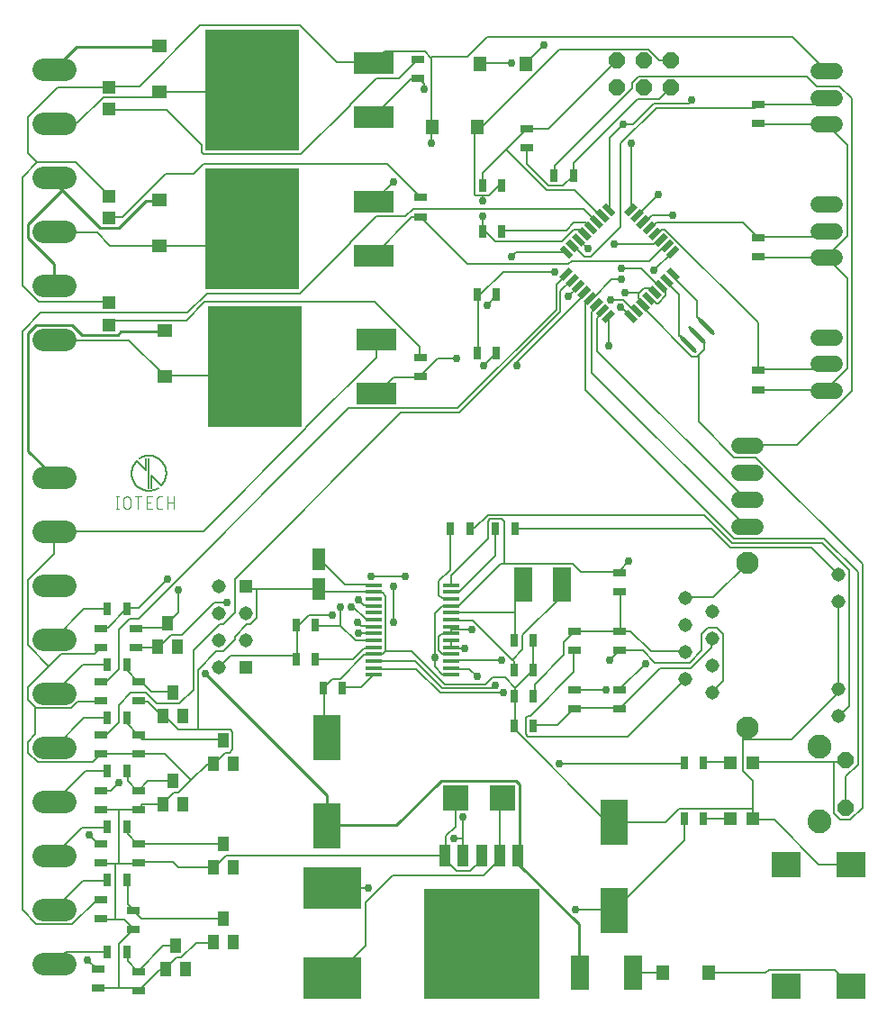
<source format=gbr>
G04 EAGLE Gerber RS-274X export*
G75*
%MOMM*%
%FSLAX34Y34*%
%LPD*%
%INTop Copper*%
%IPPOS*%
%AMOC8*
5,1,8,0,0,1.08239X$1,22.5*%
G01*
%ADD10R,1.200000X1.200000*%
%ADD11R,1.270000X1.470000*%
%ADD12R,0.800000X1.200000*%
%ADD13R,1.780000X3.200000*%
%ADD14R,2.800000X2.400000*%
%ADD15R,1.200000X0.800000*%
%ADD16R,1.470000X1.270000*%
%ADD17R,3.810000X2.082800*%
%ADD18R,8.890000X11.430000*%
%ADD19R,1.308000X1.308000*%
%ADD20C,1.308000*%
%ADD21C,2.095500*%
%ADD22R,1.500000X0.400000*%
%ADD23R,1.700000X3.300000*%
%ADD24R,1.200000X2.000000*%
%ADD25C,2.100000*%
%ADD26C,1.524000*%
%ADD27R,1.270000X0.558800*%
%ADD28R,0.558800X1.270000*%
%ADD29C,0.450000*%
%ADD30C,0.254000*%
%ADD31R,2.500000X4.300000*%
%ADD32R,5.500000X4.000000*%
%ADD33R,10.800000X10.410000*%
%ADD34R,1.066800X2.159000*%
%ADD35R,2.400000X2.400000*%
%ADD36C,0.127000*%
%ADD37C,0.101600*%
%ADD38P,1.649562X8X112.500000*%
%ADD39C,2.247900*%
%ADD40P,1.632244X8X22.500000*%
%ADD41R,1.000000X1.400000*%
%ADD42C,0.756400*%
%ADD43C,0.203200*%


D10*
X728000Y200000D03*
X707000Y200000D03*
D11*
X686500Y55000D03*
X643500Y55000D03*
D12*
X681500Y200000D03*
X663500Y200000D03*
D13*
X614900Y55000D03*
X565100Y55000D03*
D14*
X820000Y43000D03*
X820000Y157000D03*
X759000Y43000D03*
X759000Y157000D03*
D15*
X412500Y914000D03*
X412500Y896000D03*
D16*
X170000Y883500D03*
X170000Y926500D03*
D17*
X371400Y859600D03*
X371400Y910400D03*
D18*
X257100Y885000D03*
D15*
X732500Y621500D03*
X732500Y603500D03*
X732500Y746500D03*
X732500Y728500D03*
X415000Y784000D03*
X415000Y766000D03*
D16*
X170000Y738500D03*
X170000Y781500D03*
D17*
X371400Y729600D03*
X371400Y780400D03*
D18*
X257100Y755000D03*
D19*
X251125Y418250D03*
X251125Y342050D03*
D20*
X251125Y392850D03*
X251125Y367450D03*
X225725Y367450D03*
X225725Y392850D03*
X225725Y418250D03*
X225725Y342050D03*
D21*
X81278Y904500D02*
X60323Y904500D01*
X60323Y853700D02*
X81278Y853700D01*
X81278Y650500D02*
X60323Y650500D01*
X60323Y802900D02*
X81278Y802900D01*
X81278Y752100D02*
X60323Y752100D01*
X60323Y701300D02*
X81278Y701300D01*
D15*
X415000Y634000D03*
X415000Y616000D03*
D16*
X175000Y616000D03*
X175000Y659000D03*
D17*
X373900Y599600D03*
X373900Y650400D03*
D18*
X259600Y625000D03*
D15*
X732500Y871500D03*
X732500Y853500D03*
X115000Y361000D03*
X115000Y379000D03*
X115000Y311000D03*
X115000Y329000D03*
X115000Y261000D03*
X115000Y279000D03*
D22*
X371250Y419750D03*
X371250Y413250D03*
X371250Y406750D03*
X371250Y400250D03*
X371250Y393750D03*
X371250Y387250D03*
X371250Y380750D03*
X371250Y374250D03*
X371250Y367750D03*
X371250Y361250D03*
X371250Y354750D03*
X371250Y348250D03*
X371250Y341750D03*
X371250Y335250D03*
X443750Y335250D03*
X443750Y341750D03*
X443750Y348250D03*
X443750Y354750D03*
X443750Y361250D03*
X443750Y367750D03*
X443750Y374250D03*
X443750Y380750D03*
X443750Y387250D03*
X443750Y393750D03*
X443750Y400250D03*
X443750Y406750D03*
X443750Y413250D03*
X443750Y419750D03*
D12*
X316500Y350000D03*
X298500Y350000D03*
X316500Y382500D03*
X298500Y382500D03*
X341500Y322500D03*
X323500Y322500D03*
D23*
X511500Y420000D03*
X548500Y420000D03*
D12*
X503500Y340000D03*
X521500Y340000D03*
X503500Y367500D03*
X521500Y367500D03*
D15*
X560000Y358500D03*
X560000Y376500D03*
X602500Y358500D03*
X602500Y376500D03*
X602500Y303500D03*
X602500Y321500D03*
X560000Y303500D03*
X560000Y321500D03*
D12*
X521500Y315000D03*
X503500Y315000D03*
D15*
X602500Y431500D03*
X602500Y413500D03*
D12*
X521500Y287500D03*
X503500Y287500D03*
D24*
X320000Y444000D03*
X320000Y416000D03*
D12*
X504000Y472500D03*
X486000Y472500D03*
X461500Y472500D03*
X443500Y472500D03*
D25*
X722700Y285750D03*
X722700Y440650D03*
D20*
X808400Y429450D03*
X808400Y404050D03*
X808400Y322350D03*
X808400Y296950D03*
X664300Y407600D03*
X664300Y382200D03*
X664300Y356800D03*
X664300Y331400D03*
X689700Y395000D03*
X689700Y369600D03*
X689700Y344200D03*
X689700Y318800D03*
D26*
X714880Y550600D02*
X730120Y550600D01*
X730120Y525200D02*
X714880Y525200D01*
X714880Y499800D02*
X730120Y499800D01*
X730120Y474400D02*
X714880Y474400D01*
D15*
X515000Y831000D03*
X515000Y849000D03*
D12*
X473500Y795000D03*
X491500Y795000D03*
X473500Y752500D03*
X491500Y752500D03*
X663500Y252500D03*
X681500Y252500D03*
D10*
X728000Y252500D03*
X707000Y252500D03*
D27*
G36*
X610540Y678813D02*
X619519Y669834D01*
X615568Y665883D01*
X606589Y674862D01*
X610540Y678813D01*
G37*
G36*
X616197Y684470D02*
X625176Y675491D01*
X621225Y671540D01*
X612246Y680519D01*
X616197Y684470D01*
G37*
G36*
X621854Y690126D02*
X630833Y681147D01*
X626882Y677196D01*
X617903Y686175D01*
X621854Y690126D01*
G37*
G36*
X627511Y695783D02*
X636490Y686804D01*
X632539Y682853D01*
X623560Y691832D01*
X627511Y695783D01*
G37*
G36*
X633168Y701440D02*
X642147Y692461D01*
X638196Y688510D01*
X629217Y697489D01*
X633168Y701440D01*
G37*
G36*
X638825Y707097D02*
X647804Y698118D01*
X643853Y694167D01*
X634874Y703146D01*
X638825Y707097D01*
G37*
G36*
X644481Y712754D02*
X653460Y703775D01*
X649509Y699824D01*
X640530Y708803D01*
X644481Y712754D01*
G37*
G36*
X650138Y718411D02*
X659117Y709432D01*
X655166Y705481D01*
X646187Y714460D01*
X650138Y718411D01*
G37*
D28*
G36*
X655166Y739519D02*
X659117Y735568D01*
X650138Y726589D01*
X646187Y730540D01*
X655166Y739519D01*
G37*
G36*
X649509Y745176D02*
X653460Y741225D01*
X644481Y732246D01*
X640530Y736197D01*
X649509Y745176D01*
G37*
G36*
X643853Y750833D02*
X647804Y746882D01*
X638825Y737903D01*
X634874Y741854D01*
X643853Y750833D01*
G37*
G36*
X638196Y756490D02*
X642147Y752539D01*
X633168Y743560D01*
X629217Y747511D01*
X638196Y756490D01*
G37*
G36*
X632539Y762147D02*
X636490Y758196D01*
X627511Y749217D01*
X623560Y753168D01*
X632539Y762147D01*
G37*
G36*
X626882Y767804D02*
X630833Y763853D01*
X621854Y754874D01*
X617903Y758825D01*
X626882Y767804D01*
G37*
G36*
X621225Y773460D02*
X625176Y769509D01*
X616197Y760530D01*
X612246Y764481D01*
X621225Y773460D01*
G37*
G36*
X615568Y779117D02*
X619519Y775166D01*
X610540Y766187D01*
X606589Y770138D01*
X615568Y779117D01*
G37*
D27*
G36*
X589432Y779117D02*
X598411Y770138D01*
X594460Y766187D01*
X585481Y775166D01*
X589432Y779117D01*
G37*
G36*
X583775Y773460D02*
X592754Y764481D01*
X588803Y760530D01*
X579824Y769509D01*
X583775Y773460D01*
G37*
G36*
X578118Y767804D02*
X587097Y758825D01*
X583146Y754874D01*
X574167Y763853D01*
X578118Y767804D01*
G37*
G36*
X572461Y762147D02*
X581440Y753168D01*
X577489Y749217D01*
X568510Y758196D01*
X572461Y762147D01*
G37*
G36*
X566804Y756490D02*
X575783Y747511D01*
X571832Y743560D01*
X562853Y752539D01*
X566804Y756490D01*
G37*
G36*
X561147Y750833D02*
X570126Y741854D01*
X566175Y737903D01*
X557196Y746882D01*
X561147Y750833D01*
G37*
G36*
X555491Y745176D02*
X564470Y736197D01*
X560519Y732246D01*
X551540Y741225D01*
X555491Y745176D01*
G37*
G36*
X549834Y739519D02*
X558813Y730540D01*
X554862Y726589D01*
X545883Y735568D01*
X549834Y739519D01*
G37*
D28*
G36*
X554862Y718411D02*
X558813Y714460D01*
X549834Y705481D01*
X545883Y709432D01*
X554862Y718411D01*
G37*
G36*
X560519Y712754D02*
X564470Y708803D01*
X555491Y699824D01*
X551540Y703775D01*
X560519Y712754D01*
G37*
G36*
X566175Y707097D02*
X570126Y703146D01*
X561147Y694167D01*
X557196Y698118D01*
X566175Y707097D01*
G37*
G36*
X571832Y701440D02*
X575783Y697489D01*
X566804Y688510D01*
X562853Y692461D01*
X571832Y701440D01*
G37*
G36*
X577489Y695783D02*
X581440Y691832D01*
X572461Y682853D01*
X568510Y686804D01*
X577489Y695783D01*
G37*
G36*
X583146Y690126D02*
X587097Y686175D01*
X578118Y677196D01*
X574167Y681147D01*
X583146Y690126D01*
G37*
G36*
X588803Y684470D02*
X592754Y680519D01*
X583775Y671540D01*
X579824Y675491D01*
X588803Y684470D01*
G37*
G36*
X594460Y678813D02*
X598411Y674862D01*
X589432Y665883D01*
X585481Y669834D01*
X594460Y678813D01*
G37*
D12*
X559000Y805000D03*
X541000Y805000D03*
X486500Y692500D03*
X468500Y692500D03*
D29*
X661371Y651659D02*
X671659Y641371D01*
X680144Y649856D02*
X669856Y660144D01*
X678341Y668629D02*
X688629Y658341D01*
D30*
X666515Y646515D02*
X659331Y653699D01*
X666515Y646515D02*
X673699Y639331D01*
X683485Y663485D02*
X676301Y670669D01*
X683485Y663485D02*
X690669Y656301D01*
X675000Y655000D02*
X667816Y662184D01*
X675000Y655000D02*
X682184Y647816D01*
D12*
X486500Y637500D03*
X468500Y637500D03*
D31*
X327500Y193500D03*
X327500Y276500D03*
X597500Y113500D03*
X597500Y196500D03*
D32*
X332500Y135000D03*
X332500Y50000D03*
D33*
X472500Y82100D03*
D34*
X506536Y165412D03*
X489518Y165412D03*
X472500Y165412D03*
X455482Y165412D03*
X438464Y165412D03*
D35*
X492000Y220000D03*
X448000Y220000D03*
D36*
X160000Y511030D02*
X160000Y538970D01*
X162540Y522460D02*
X162540Y511030D01*
X171430Y513570D02*
X162540Y522460D01*
X157460Y527540D02*
X148570Y536430D01*
X157460Y538970D02*
X157460Y527540D01*
X151110Y538971D02*
X151449Y539180D01*
X151793Y539381D01*
X152142Y539574D01*
X152495Y539758D01*
X152853Y539933D01*
X153215Y540100D01*
X153581Y540258D01*
X153951Y540407D01*
X154324Y540546D01*
X154701Y540677D01*
X155080Y540798D01*
X155463Y540911D01*
X155848Y541013D01*
X156235Y541107D01*
X156625Y541191D01*
X157016Y541265D01*
X157409Y541330D01*
X157804Y541385D01*
X158200Y541431D01*
X158597Y541467D01*
X158995Y541493D01*
X159393Y541510D01*
X159791Y541517D01*
X160190Y541514D01*
X160588Y541501D01*
X160986Y541479D01*
X161383Y541447D01*
X161780Y541406D01*
X162175Y541355D01*
X162569Y541294D01*
X162961Y541224D01*
X163351Y541144D01*
X163740Y541054D01*
X164126Y540955D01*
X164509Y540847D01*
X164890Y540730D01*
X165268Y540603D01*
X165643Y540467D01*
X166014Y540322D01*
X166382Y540168D01*
X166745Y540005D01*
X167105Y539833D01*
X167460Y539653D01*
X167811Y539464D01*
X168157Y539267D01*
X168499Y539061D01*
X168835Y538847D01*
X169165Y538624D01*
X169491Y538394D01*
X169810Y538156D01*
X170124Y537910D01*
X170432Y537657D01*
X170733Y537396D01*
X171028Y537128D01*
X171316Y536853D01*
X171598Y536571D01*
X171872Y536282D01*
X172140Y535986D01*
X172400Y535684D01*
X172653Y535376D01*
X172898Y535062D01*
X173135Y534742D01*
X173365Y534416D01*
X173586Y534085D01*
X173800Y533748D01*
X174005Y533407D01*
X174202Y533060D01*
X174390Y532709D01*
X174570Y532353D01*
X174741Y531993D01*
X174903Y531629D01*
X175056Y531261D01*
X175200Y530890D01*
X175335Y530515D01*
X175461Y530137D01*
X175578Y529756D01*
X175685Y529372D01*
X175783Y528985D01*
X175872Y528597D01*
X175951Y528206D01*
X176021Y527814D01*
X176080Y527420D01*
X176131Y527025D01*
X176172Y526628D01*
X176203Y526231D01*
X176224Y525833D01*
X176236Y525435D01*
X176238Y525036D01*
X176230Y524638D01*
X176212Y524239D01*
X176185Y523842D01*
X176148Y523445D01*
X176102Y523049D01*
X176046Y522655D01*
X175980Y522261D01*
X175905Y521870D01*
X175820Y521481D01*
X175726Y521093D01*
X175622Y520709D01*
X175509Y520326D01*
X175387Y519947D01*
X175256Y519571D01*
X175115Y519198D01*
X174965Y518829D01*
X174807Y518463D01*
X174639Y518101D01*
X174463Y517744D01*
X174278Y517391D01*
X174085Y517042D01*
X173883Y516699D01*
X173673Y516360D01*
X173455Y516027D01*
X173229Y515699D01*
X172994Y515376D01*
X172752Y515060D01*
X172503Y514749D01*
X172245Y514445D01*
X171981Y514146D01*
X171709Y513855D01*
X171430Y513570D01*
X168890Y511029D02*
X168551Y510820D01*
X168207Y510619D01*
X167858Y510426D01*
X167505Y510242D01*
X167147Y510067D01*
X166785Y509900D01*
X166419Y509742D01*
X166049Y509593D01*
X165676Y509454D01*
X165299Y509323D01*
X164920Y509202D01*
X164537Y509089D01*
X164152Y508987D01*
X163765Y508893D01*
X163375Y508809D01*
X162984Y508735D01*
X162591Y508670D01*
X162196Y508615D01*
X161800Y508569D01*
X161403Y508533D01*
X161005Y508507D01*
X160607Y508490D01*
X160209Y508483D01*
X159810Y508486D01*
X159412Y508499D01*
X159014Y508521D01*
X158617Y508553D01*
X158220Y508594D01*
X157825Y508645D01*
X157431Y508706D01*
X157039Y508776D01*
X156649Y508856D01*
X156260Y508946D01*
X155874Y509045D01*
X155491Y509153D01*
X155110Y509270D01*
X154732Y509397D01*
X154357Y509533D01*
X153986Y509678D01*
X153618Y509832D01*
X153255Y509995D01*
X152895Y510167D01*
X152540Y510347D01*
X152189Y510536D01*
X151843Y510733D01*
X151501Y510939D01*
X151165Y511153D01*
X150835Y511376D01*
X150509Y511606D01*
X150190Y511844D01*
X149876Y512090D01*
X149568Y512343D01*
X149267Y512604D01*
X148972Y512872D01*
X148684Y513147D01*
X148402Y513429D01*
X148128Y513718D01*
X147860Y514014D01*
X147600Y514316D01*
X147347Y514624D01*
X147102Y514938D01*
X146865Y515258D01*
X146635Y515584D01*
X146414Y515915D01*
X146200Y516252D01*
X145995Y516593D01*
X145798Y516940D01*
X145610Y517291D01*
X145430Y517647D01*
X145259Y518007D01*
X145097Y518371D01*
X144944Y518739D01*
X144800Y519110D01*
X144665Y519485D01*
X144539Y519863D01*
X144422Y520244D01*
X144315Y520628D01*
X144217Y521015D01*
X144128Y521403D01*
X144049Y521794D01*
X143979Y522186D01*
X143920Y522580D01*
X143869Y522975D01*
X143828Y523372D01*
X143797Y523769D01*
X143776Y524167D01*
X143764Y524565D01*
X143762Y524964D01*
X143770Y525362D01*
X143788Y525761D01*
X143815Y526158D01*
X143852Y526555D01*
X143898Y526951D01*
X143954Y527345D01*
X144020Y527739D01*
X144095Y528130D01*
X144180Y528519D01*
X144274Y528907D01*
X144378Y529291D01*
X144491Y529674D01*
X144613Y530053D01*
X144744Y530429D01*
X144885Y530802D01*
X145035Y531171D01*
X145193Y531537D01*
X145361Y531899D01*
X145537Y532256D01*
X145722Y532609D01*
X145915Y532958D01*
X146117Y533301D01*
X146327Y533640D01*
X146545Y533973D01*
X146771Y534301D01*
X147006Y534624D01*
X147248Y534940D01*
X147497Y535251D01*
X147755Y535555D01*
X148019Y535854D01*
X148291Y536145D01*
X148570Y536430D01*
D37*
X130056Y502902D02*
X130056Y491218D01*
X128758Y491218D02*
X131354Y491218D01*
X131354Y502902D02*
X128758Y502902D01*
X135955Y499656D02*
X135955Y494464D01*
X135954Y499656D02*
X135956Y499769D01*
X135962Y499882D01*
X135972Y499995D01*
X135986Y500108D01*
X136003Y500220D01*
X136025Y500331D01*
X136050Y500441D01*
X136080Y500551D01*
X136113Y500659D01*
X136150Y500766D01*
X136190Y500872D01*
X136235Y500976D01*
X136283Y501079D01*
X136334Y501180D01*
X136389Y501279D01*
X136447Y501376D01*
X136509Y501471D01*
X136574Y501564D01*
X136642Y501654D01*
X136713Y501742D01*
X136788Y501828D01*
X136865Y501911D01*
X136945Y501991D01*
X137028Y502068D01*
X137114Y502143D01*
X137202Y502214D01*
X137292Y502282D01*
X137385Y502347D01*
X137480Y502409D01*
X137577Y502467D01*
X137676Y502522D01*
X137777Y502573D01*
X137880Y502621D01*
X137984Y502666D01*
X138090Y502706D01*
X138197Y502743D01*
X138305Y502776D01*
X138415Y502806D01*
X138525Y502831D01*
X138636Y502853D01*
X138748Y502870D01*
X138861Y502884D01*
X138974Y502894D01*
X139087Y502900D01*
X139200Y502902D01*
X139313Y502900D01*
X139426Y502894D01*
X139539Y502884D01*
X139652Y502870D01*
X139764Y502853D01*
X139875Y502831D01*
X139985Y502806D01*
X140095Y502776D01*
X140203Y502743D01*
X140310Y502706D01*
X140416Y502666D01*
X140520Y502621D01*
X140623Y502573D01*
X140724Y502522D01*
X140823Y502467D01*
X140920Y502409D01*
X141015Y502347D01*
X141108Y502282D01*
X141198Y502214D01*
X141286Y502143D01*
X141372Y502068D01*
X141455Y501991D01*
X141535Y501911D01*
X141612Y501828D01*
X141687Y501742D01*
X141758Y501654D01*
X141826Y501564D01*
X141891Y501471D01*
X141953Y501376D01*
X142011Y501279D01*
X142066Y501180D01*
X142117Y501079D01*
X142165Y500976D01*
X142210Y500872D01*
X142250Y500766D01*
X142287Y500659D01*
X142320Y500551D01*
X142350Y500441D01*
X142375Y500331D01*
X142397Y500220D01*
X142414Y500108D01*
X142428Y499995D01*
X142438Y499882D01*
X142444Y499769D01*
X142446Y499656D01*
X142446Y494464D01*
X142444Y494351D01*
X142438Y494238D01*
X142428Y494125D01*
X142414Y494012D01*
X142397Y493900D01*
X142375Y493789D01*
X142350Y493679D01*
X142320Y493569D01*
X142287Y493461D01*
X142250Y493354D01*
X142210Y493248D01*
X142165Y493144D01*
X142117Y493041D01*
X142066Y492940D01*
X142011Y492841D01*
X141953Y492744D01*
X141891Y492649D01*
X141826Y492556D01*
X141758Y492466D01*
X141687Y492378D01*
X141612Y492292D01*
X141535Y492209D01*
X141455Y492129D01*
X141372Y492052D01*
X141286Y491977D01*
X141198Y491906D01*
X141108Y491838D01*
X141015Y491773D01*
X140920Y491711D01*
X140823Y491653D01*
X140724Y491598D01*
X140623Y491547D01*
X140520Y491499D01*
X140416Y491454D01*
X140310Y491414D01*
X140203Y491377D01*
X140095Y491344D01*
X139985Y491314D01*
X139875Y491289D01*
X139764Y491267D01*
X139652Y491250D01*
X139539Y491236D01*
X139426Y491226D01*
X139313Y491220D01*
X139200Y491218D01*
X139087Y491220D01*
X138974Y491226D01*
X138861Y491236D01*
X138748Y491250D01*
X138636Y491267D01*
X138525Y491289D01*
X138415Y491314D01*
X138305Y491344D01*
X138197Y491377D01*
X138090Y491414D01*
X137984Y491454D01*
X137880Y491499D01*
X137777Y491547D01*
X137676Y491598D01*
X137577Y491653D01*
X137480Y491711D01*
X137385Y491773D01*
X137292Y491838D01*
X137202Y491906D01*
X137114Y491977D01*
X137028Y492052D01*
X136945Y492129D01*
X136865Y492209D01*
X136788Y492292D01*
X136713Y492378D01*
X136642Y492466D01*
X136574Y492556D01*
X136509Y492649D01*
X136447Y492744D01*
X136389Y492841D01*
X136334Y492940D01*
X136283Y493041D01*
X136235Y493144D01*
X136190Y493248D01*
X136150Y493354D01*
X136113Y493461D01*
X136080Y493569D01*
X136050Y493679D01*
X136025Y493789D01*
X136003Y493900D01*
X135986Y494012D01*
X135972Y494125D01*
X135962Y494238D01*
X135956Y494351D01*
X135954Y494464D01*
X149868Y491218D02*
X149868Y502902D01*
X146623Y502902D02*
X153114Y502902D01*
X157694Y491218D02*
X162887Y491218D01*
X157694Y491218D02*
X157694Y502902D01*
X162887Y502902D01*
X161589Y497709D02*
X157694Y497709D01*
X169760Y491218D02*
X172356Y491218D01*
X169760Y491218D02*
X169661Y491220D01*
X169561Y491226D01*
X169462Y491235D01*
X169364Y491248D01*
X169266Y491265D01*
X169168Y491286D01*
X169072Y491311D01*
X168977Y491339D01*
X168883Y491371D01*
X168790Y491406D01*
X168698Y491445D01*
X168608Y491488D01*
X168520Y491533D01*
X168433Y491583D01*
X168349Y491635D01*
X168266Y491691D01*
X168186Y491749D01*
X168108Y491811D01*
X168033Y491876D01*
X167960Y491944D01*
X167890Y492014D01*
X167822Y492087D01*
X167757Y492162D01*
X167695Y492240D01*
X167637Y492320D01*
X167581Y492403D01*
X167529Y492487D01*
X167479Y492574D01*
X167434Y492662D01*
X167391Y492752D01*
X167352Y492844D01*
X167317Y492937D01*
X167285Y493031D01*
X167257Y493126D01*
X167232Y493222D01*
X167211Y493320D01*
X167194Y493418D01*
X167181Y493516D01*
X167172Y493615D01*
X167166Y493715D01*
X167164Y493814D01*
X167163Y493814D02*
X167163Y500306D01*
X167164Y500306D02*
X167166Y500405D01*
X167172Y500505D01*
X167181Y500604D01*
X167194Y500702D01*
X167211Y500800D01*
X167232Y500898D01*
X167257Y500994D01*
X167285Y501089D01*
X167317Y501183D01*
X167352Y501276D01*
X167391Y501368D01*
X167434Y501458D01*
X167479Y501546D01*
X167529Y501633D01*
X167581Y501717D01*
X167637Y501800D01*
X167695Y501880D01*
X167757Y501958D01*
X167822Y502033D01*
X167890Y502106D01*
X167960Y502176D01*
X168033Y502244D01*
X168108Y502309D01*
X168186Y502371D01*
X168266Y502429D01*
X168349Y502485D01*
X168433Y502537D01*
X168520Y502587D01*
X168608Y502632D01*
X168698Y502675D01*
X168790Y502714D01*
X168882Y502749D01*
X168977Y502781D01*
X169072Y502809D01*
X169168Y502834D01*
X169266Y502855D01*
X169364Y502872D01*
X169462Y502885D01*
X169561Y502894D01*
X169661Y502900D01*
X169760Y502902D01*
X172356Y502902D01*
X177103Y502902D02*
X177103Y491218D01*
X177103Y497709D02*
X183594Y497709D01*
X183594Y502902D02*
X183594Y491218D01*
D38*
X814946Y209894D03*
X814946Y255106D03*
D39*
X790054Y197448D03*
X790054Y267552D03*
D26*
X789880Y652500D02*
X805120Y652500D01*
X805120Y627500D02*
X789880Y627500D01*
X789880Y602500D02*
X805120Y602500D01*
X805120Y777500D02*
X789880Y777500D01*
X789880Y752500D02*
X805120Y752500D01*
X805120Y727500D02*
X789880Y727500D01*
X789880Y902500D02*
X805120Y902500D01*
X805120Y877500D02*
X789880Y877500D01*
X789880Y852500D02*
X805120Y852500D01*
D21*
X81278Y521100D02*
X60323Y521100D01*
X60323Y470300D02*
X81278Y470300D01*
X81278Y63900D02*
X60323Y63900D01*
X60323Y419500D02*
X81278Y419500D01*
X81278Y368700D02*
X60323Y368700D01*
X60323Y114700D02*
X81278Y114700D01*
X81278Y317900D02*
X60323Y317900D01*
X60323Y267100D02*
X81278Y267100D01*
X81278Y165500D02*
X60323Y165500D01*
X60323Y216300D02*
X81278Y216300D01*
D15*
X115000Y208500D03*
X115000Y226500D03*
X115000Y158500D03*
X115000Y176500D03*
X115000Y106000D03*
X115000Y124000D03*
X112500Y41000D03*
X112500Y59000D03*
D40*
X599600Y887300D03*
X599600Y912700D03*
X625000Y887300D03*
X625000Y912700D03*
X650400Y887300D03*
X650400Y912700D03*
D11*
X514000Y910000D03*
X471000Y910000D03*
D10*
X122500Y685500D03*
X122500Y664500D03*
X122500Y888000D03*
X122500Y867000D03*
X122500Y785500D03*
X122500Y764500D03*
D11*
X469000Y850000D03*
X426000Y850000D03*
D12*
X139000Y397500D03*
X121000Y397500D03*
D15*
X147500Y379000D03*
X147500Y361000D03*
D41*
X177500Y383500D03*
X187000Y361500D03*
X168000Y361500D03*
D12*
X139000Y345000D03*
X121000Y345000D03*
D15*
X150000Y329000D03*
X150000Y311000D03*
D41*
X182500Y318500D03*
X192000Y296500D03*
X173000Y296500D03*
D12*
X139000Y295000D03*
X121000Y295000D03*
D15*
X150000Y279000D03*
X150000Y261000D03*
D41*
X230000Y273500D03*
X239500Y251500D03*
X220500Y251500D03*
D12*
X139000Y245000D03*
X121000Y245000D03*
D15*
X150000Y226500D03*
X150000Y208500D03*
D41*
X182500Y236000D03*
X192000Y214000D03*
X173000Y214000D03*
D12*
X139000Y192500D03*
X121000Y192500D03*
D15*
X150000Y176500D03*
X150000Y158500D03*
D41*
X230000Y176000D03*
X239500Y154000D03*
X220500Y154000D03*
D12*
X139000Y142500D03*
X121000Y142500D03*
D15*
X145000Y114000D03*
X145000Y96000D03*
D41*
X230000Y106000D03*
X239500Y84000D03*
X220500Y84000D03*
D12*
X139000Y75000D03*
X121000Y75000D03*
D15*
X150000Y56500D03*
X150000Y38500D03*
D41*
X185000Y81000D03*
X194500Y59000D03*
X175500Y59000D03*
D30*
X507189Y158178D02*
X507189Y165321D01*
X507189Y158178D02*
X564337Y101030D01*
X564337Y55107D01*
X507189Y165321D02*
X506536Y165412D01*
X564337Y55107D02*
X565100Y55000D01*
X392893Y193895D02*
X327581Y193895D01*
X392893Y193895D02*
X434733Y235736D01*
X505148Y235736D01*
X508209Y232674D01*
X508209Y165321D01*
X327581Y193895D02*
X327500Y193500D01*
X506536Y165412D02*
X508209Y165321D01*
X174506Y658223D02*
X133686Y658223D01*
X130624Y655161D01*
X96948Y655161D01*
X87763Y664346D01*
X54087Y664346D01*
X45923Y656182D01*
X45923Y545968D01*
X70415Y521476D01*
X174506Y658223D02*
X175000Y659000D01*
X70415Y521476D02*
X70800Y521100D01*
X91845Y925594D02*
X169403Y925594D01*
X91845Y925594D02*
X71435Y905184D01*
X169403Y925594D02*
X170000Y926500D01*
X71435Y905184D02*
X70800Y904500D01*
X157157Y780683D02*
X169403Y780683D01*
X157157Y780683D02*
X131645Y755170D01*
X114296Y755170D01*
X78068Y791398D02*
X71435Y798031D01*
X78068Y791398D02*
X114296Y755170D01*
X71435Y798031D02*
X71435Y802113D01*
X169403Y780683D02*
X170000Y781500D01*
X71435Y802113D02*
X70800Y802900D01*
X70415Y721494D02*
X70415Y702104D01*
X70415Y721494D02*
X45923Y745986D01*
X45923Y759252D01*
X78068Y791398D01*
X70415Y702104D02*
X70800Y701300D01*
X327581Y222469D02*
X327581Y194916D01*
X327581Y222469D02*
X213285Y336765D01*
X327581Y194916D02*
X327500Y193500D01*
D42*
X213285Y336765D03*
D43*
X373503Y633731D02*
X373503Y650059D01*
X373503Y633731D02*
X307171Y567398D01*
X307171Y566378D01*
X211244Y470451D01*
X71435Y470451D01*
X373503Y650059D02*
X373900Y650400D01*
X71435Y470451D02*
X70800Y470300D01*
X92866Y310232D02*
X114296Y310232D01*
X92866Y310232D02*
X86743Y304109D01*
X54087Y304109D01*
X53576Y304619D02*
X45923Y312273D01*
X53576Y304619D02*
X54087Y304109D01*
X45923Y312273D02*
X45923Y323499D01*
X65822Y343398D02*
X77558Y355134D01*
X65822Y343398D02*
X45923Y323499D01*
X77558Y355134D02*
X109194Y355134D01*
X114296Y360237D01*
X115000Y311000D02*
X114296Y310232D01*
X114296Y360237D02*
X115000Y361000D01*
X150014Y310232D02*
X159198Y310232D01*
X172465Y296966D01*
X150014Y310232D02*
X150000Y311000D01*
X172465Y296966D02*
X173000Y296500D01*
X148993Y261248D02*
X115317Y261248D01*
X115000Y261000D01*
X148993Y261248D02*
X150000Y261000D01*
X148993Y208182D02*
X131645Y208182D01*
X115317Y208182D01*
X115000Y208500D01*
X148993Y208182D02*
X150000Y208500D01*
X154096Y213285D02*
X172465Y213285D01*
X154096Y213285D02*
X150014Y209203D01*
X172465Y213285D02*
X173000Y214000D01*
X150014Y209203D02*
X150000Y208500D01*
X214305Y251043D02*
X220428Y251043D01*
X199508Y236246D02*
X187772Y224510D01*
X199508Y236246D02*
X214305Y251043D01*
X187772Y224510D02*
X183690Y224510D01*
X173485Y214305D01*
X220428Y251043D02*
X220500Y251500D01*
X173485Y214305D02*
X173000Y214000D01*
X174506Y261248D02*
X151034Y261248D01*
X174506Y261248D02*
X199508Y236246D01*
X151034Y261248D02*
X150000Y261000D01*
X173485Y295945D02*
X175526Y295945D01*
X187772Y283699D01*
X206141Y283699D02*
X236756Y283699D01*
X206141Y283699D02*
X187772Y283699D01*
X236756Y283699D02*
X238797Y281658D01*
X238797Y265330D01*
X235736Y262269D01*
X231654Y262269D01*
X221449Y252064D01*
X173485Y295945D02*
X173000Y296500D01*
X220500Y251500D02*
X221449Y252064D01*
X53066Y279617D02*
X53066Y304109D01*
X53066Y279617D02*
X45923Y272474D01*
X45923Y262269D01*
X55107Y253084D01*
X107153Y253084D01*
X114296Y260228D01*
X53576Y304619D02*
X53066Y304109D01*
X114296Y260228D02*
X115000Y261000D01*
X131645Y40820D02*
X146952Y40820D01*
X131645Y40820D02*
X113276Y40820D01*
X146952Y40820D02*
X148993Y38779D01*
X113276Y40820D02*
X112500Y41000D01*
X148993Y38779D02*
X150000Y38500D01*
X169403Y58169D02*
X174506Y58169D01*
X169403Y58169D02*
X150014Y38779D01*
X174506Y58169D02*
X175500Y59000D01*
X150014Y38779D02*
X150000Y38500D01*
X204100Y83681D02*
X220428Y83681D01*
X204100Y83681D02*
X189813Y69394D01*
X185731Y69394D01*
X175526Y59189D01*
X220428Y83681D02*
X220500Y84000D01*
X175526Y59189D02*
X175500Y59000D01*
X438815Y161239D02*
X438815Y165321D01*
X438815Y161239D02*
X449020Y151034D01*
X462287Y151034D01*
X472492Y161239D01*
X472492Y165321D01*
X438815Y165321D02*
X438464Y165412D01*
X472492Y165321D02*
X472500Y165412D01*
X448000Y192875D02*
X448000Y219408D01*
X448000Y192875D02*
X438815Y183690D01*
X438815Y166342D01*
X448000Y219408D02*
X448000Y220000D01*
X438815Y166342D02*
X438464Y165412D01*
X136747Y105112D02*
X128583Y105112D01*
X115317Y105112D01*
X136747Y105112D02*
X144911Y96948D01*
X115317Y105112D02*
X115000Y106000D01*
X144911Y96948D02*
X145000Y96000D01*
X148993Y158178D02*
X131645Y158178D01*
X128583Y158178D01*
X115317Y158178D01*
X115000Y158500D01*
X148993Y158178D02*
X150000Y158500D01*
X187772Y154096D02*
X220428Y154096D01*
X187772Y154096D02*
X182670Y159198D01*
X150014Y159198D01*
X220428Y154096D02*
X220500Y154000D01*
X150000Y158500D02*
X150014Y159198D01*
X128583Y158178D02*
X128583Y105112D01*
X232674Y165321D02*
X437795Y165321D01*
X232674Y165321D02*
X221449Y154096D01*
X437795Y165321D02*
X438464Y165412D01*
X221449Y154096D02*
X220500Y154000D01*
X131645Y82661D02*
X131645Y40820D01*
X131645Y82661D02*
X144911Y95927D01*
X145000Y96000D01*
X131645Y158178D02*
X131645Y208182D01*
X70415Y449020D02*
X70415Y469430D01*
X70415Y449020D02*
X45923Y424528D01*
X45923Y363298D01*
X65822Y343398D01*
X70415Y469430D02*
X70800Y470300D01*
X324519Y322478D02*
X324519Y278597D01*
X326560Y276556D01*
X324519Y322478D02*
X323500Y322500D01*
X326560Y276556D02*
X327500Y276500D01*
X362278Y354114D02*
X370442Y354114D01*
X362278Y354114D02*
X339827Y331663D01*
X332683Y331663D01*
X324519Y323499D01*
X370442Y354114D02*
X371250Y354750D01*
X324519Y323499D02*
X323500Y322500D01*
X322478Y413303D02*
X370442Y413303D01*
X322478Y413303D02*
X320437Y415344D01*
X370442Y413303D02*
X371250Y413250D01*
X320437Y415344D02*
X320000Y416000D01*
X167362Y361257D02*
X147973Y361257D01*
X147500Y361000D01*
X167362Y361257D02*
X168000Y361500D01*
X168383Y362278D02*
X170424Y362278D01*
X180629Y372483D01*
X190834Y372483D01*
X221449Y403098D01*
X233695Y403098D01*
X168383Y362278D02*
X168000Y361500D01*
X253084Y416364D02*
X261248Y416364D01*
X319417Y416364D01*
X253084Y416364D02*
X252064Y417385D01*
X319417Y416364D02*
X320000Y416000D01*
X252064Y417385D02*
X251125Y418250D01*
X371462Y355134D02*
X379626Y355134D01*
X382177Y357685D02*
X382688Y358196D01*
X382177Y357685D02*
X379626Y355134D01*
X382688Y358196D02*
X382688Y409221D01*
X379626Y412282D01*
X371462Y412282D01*
X371462Y355134D02*
X371250Y354750D01*
X371462Y412282D02*
X371250Y413250D01*
X504127Y314314D02*
X504127Y287781D01*
X503500Y287500D01*
X504127Y314314D02*
X503500Y315000D01*
X521476Y340847D02*
X521476Y367380D01*
X521476Y340847D02*
X521500Y340000D01*
X521476Y367380D02*
X521500Y367500D01*
X504127Y322478D02*
X504127Y315335D01*
X504637Y322988D02*
X521476Y339827D01*
X504637Y322988D02*
X504127Y322478D01*
X504127Y315335D02*
X503500Y315000D01*
X521476Y339827D02*
X521500Y340000D01*
X727617Y235736D02*
X727617Y209203D01*
X727617Y200018D01*
X727617Y235736D02*
X718432Y244920D01*
X718432Y274515D02*
X718432Y281658D01*
X718432Y274515D02*
X718432Y244920D01*
X718432Y281658D02*
X722514Y285740D01*
X727617Y200018D02*
X728000Y200000D01*
X722700Y285750D02*
X722514Y285740D01*
X789867Y157157D02*
X819462Y157157D01*
X789867Y157157D02*
X748027Y198998D01*
X728637Y198998D01*
X819462Y157157D02*
X820000Y157000D01*
X728637Y198998D02*
X728000Y200000D01*
X645977Y196957D02*
X598013Y196957D01*
X645977Y196957D02*
X658223Y209203D01*
X727617Y209203D01*
X598013Y196957D02*
X597500Y196500D01*
X504127Y283699D02*
X504127Y286761D01*
X504127Y283699D02*
X590870Y196957D01*
X596993Y196957D01*
X504127Y286761D02*
X503500Y287500D01*
X596993Y196957D02*
X597500Y196500D01*
X407180Y357175D02*
X382688Y357175D01*
X407180Y357175D02*
X437795Y326560D01*
X476574Y326560D01*
X482697Y332683D01*
X494943Y332683D01*
X504637Y322988D01*
X382688Y357175D02*
X382177Y357685D01*
X425549Y850077D02*
X425549Y915389D01*
X425038Y915899D02*
X419426Y921512D01*
X425038Y915899D02*
X425549Y915389D01*
X419426Y921512D02*
X381667Y921512D01*
X371462Y911307D01*
X425549Y850077D02*
X426000Y850000D01*
X371400Y910400D02*
X371462Y911307D01*
X389831Y799052D02*
X371462Y780683D01*
X425549Y834769D02*
X425549Y849056D01*
X371462Y780683D02*
X371400Y780400D01*
X425549Y849056D02*
X426000Y850000D01*
X122460Y685776D02*
X56128Y685776D01*
X40820Y701084D01*
X40820Y803134D01*
X54597Y816910D02*
X55107Y817421D01*
X54597Y816910D02*
X40820Y803134D01*
X55107Y817421D02*
X90825Y817421D01*
X122460Y785785D01*
X122460Y685776D02*
X122500Y685500D01*
X122500Y785500D02*
X122460Y785785D01*
X122460Y887835D02*
X74497Y887835D01*
X45923Y859261D01*
X45923Y825585D01*
X54597Y816910D01*
X122460Y887835D02*
X122500Y888000D01*
X336765Y911307D02*
X370442Y911307D01*
X336765Y911307D02*
X302068Y946004D01*
X208182Y946004D01*
X151034Y888856D01*
X123481Y888856D01*
X370442Y911307D02*
X371400Y910400D01*
X123481Y888856D02*
X122500Y888000D01*
X435754Y355134D02*
X442897Y355134D01*
X435754Y355134D02*
X432692Y358196D01*
X432692Y371462D01*
X434733Y373503D01*
X442897Y373503D01*
X442897Y355134D02*
X443750Y354750D01*
X442897Y373503D02*
X443750Y374250D01*
X443918Y374524D02*
X443918Y377585D01*
X443918Y380647D01*
X443750Y380750D01*
X443918Y374524D02*
X443750Y374250D01*
X443918Y377585D02*
X463307Y377585D01*
X808236Y403098D02*
X808236Y322478D01*
X808400Y322350D01*
X808236Y403098D02*
X808400Y404050D01*
X690879Y408200D02*
X664346Y408200D01*
X690879Y408200D02*
X722514Y439836D01*
X664346Y408200D02*
X664300Y407600D01*
X722514Y439836D02*
X722700Y440650D01*
X459225Y916409D02*
X425549Y916409D01*
X459225Y916409D02*
X477594Y934778D01*
X765375Y934778D01*
X797011Y903143D01*
X425549Y916409D02*
X425038Y915899D01*
X797011Y903143D02*
X797500Y902500D01*
X764355Y274515D02*
X718432Y274515D01*
X764355Y274515D02*
X808236Y318396D01*
X808236Y321458D01*
X808400Y322350D01*
X206141Y339827D02*
X206141Y283699D01*
X206141Y339827D02*
X223490Y357175D01*
X229613Y357175D01*
X240838Y368401D01*
X240838Y371462D01*
X252064Y382688D01*
X255125Y382688D01*
X261248Y388811D01*
X261248Y416364D01*
D42*
X233695Y403098D03*
X389831Y799052D03*
X425549Y834769D03*
X463307Y377585D03*
D43*
X681694Y200018D02*
X706186Y200018D01*
X681694Y200018D02*
X681500Y200000D01*
X706186Y200018D02*
X707000Y200000D01*
X642915Y55107D02*
X615362Y55107D01*
X642915Y55107D02*
X643500Y55000D01*
X615362Y55107D02*
X614900Y55000D01*
X255125Y883753D02*
X170424Y883753D01*
X255125Y883753D02*
X256146Y884774D01*
X170424Y883753D02*
X170000Y883500D01*
X256146Y884774D02*
X257100Y885000D01*
X92866Y854159D02*
X71435Y854159D01*
X92866Y854159D02*
X117358Y878651D01*
X165321Y878651D01*
X169403Y882733D01*
X71435Y854159D02*
X70800Y853700D01*
X169403Y882733D02*
X170000Y883500D01*
X619444Y767416D02*
X638833Y786806D01*
X619444Y767416D02*
X618711Y766995D01*
X370442Y381667D02*
X359216Y381667D01*
X356155Y384729D01*
X389831Y384729D02*
X389831Y418405D01*
X370442Y381667D02*
X371250Y380750D01*
D42*
X638833Y786806D03*
X356155Y384729D03*
X389831Y384729D03*
X389831Y418405D03*
D43*
X121440Y379626D02*
X115317Y379626D01*
X121440Y379626D02*
X138788Y396975D01*
X115317Y379626D02*
X115000Y379000D01*
X138788Y396975D02*
X139000Y397500D01*
X147973Y379626D02*
X173485Y379626D01*
X176547Y382688D01*
X147973Y379626D02*
X147500Y379000D01*
X176547Y382688D02*
X177500Y383500D01*
X505148Y732719D02*
X552091Y732719D01*
X505148Y732719D02*
X501066Y728637D01*
X187772Y415344D02*
X187772Y393913D01*
X177567Y383708D01*
X552091Y732719D02*
X552348Y733054D01*
X177567Y383708D02*
X177500Y383500D01*
X150014Y397995D02*
X139809Y397995D01*
X150014Y397995D02*
X177567Y425549D01*
X139809Y397995D02*
X139000Y397500D01*
D42*
X501066Y728637D03*
X187772Y415344D03*
X177567Y425549D03*
D43*
X170424Y738842D02*
X240838Y738842D01*
X256146Y754150D01*
X170424Y738842D02*
X170000Y738500D01*
X256146Y754150D02*
X257100Y755000D01*
X111235Y751088D02*
X71435Y751088D01*
X111235Y751088D02*
X123481Y738842D01*
X169403Y738842D01*
X71435Y751088D02*
X70800Y752100D01*
X169403Y738842D02*
X170000Y738500D01*
X591890Y671489D02*
X591890Y644956D01*
X357175Y406159D02*
X362278Y401057D01*
X370442Y401057D01*
X591890Y671489D02*
X591946Y672348D01*
X370442Y401057D02*
X371250Y400250D01*
D42*
X591890Y644956D03*
X357175Y406159D03*
D43*
X612300Y672510D02*
X604136Y680674D01*
X603116Y680674D01*
X612300Y672510D02*
X613054Y672348D01*
D42*
X603116Y680674D03*
D43*
X615362Y678633D02*
X618423Y678633D01*
X615362Y678633D02*
X606177Y687817D01*
X593931Y687817D01*
X618423Y678633D02*
X618711Y678005D01*
D42*
X593931Y687817D03*
D43*
X414323Y615362D02*
X389831Y615362D01*
X374524Y600054D01*
X414323Y615362D02*
X415000Y616000D01*
X374524Y600054D02*
X373900Y599600D01*
X634751Y715371D02*
X652100Y732719D01*
X449020Y632710D02*
X431672Y632710D01*
X415344Y616382D01*
X652100Y732719D02*
X652652Y733054D01*
X415344Y616382D02*
X415000Y616000D01*
D42*
X634751Y715371D03*
X449020Y632710D03*
D43*
X414323Y765375D02*
X407180Y765375D01*
X371462Y729658D01*
X414323Y765375D02*
X415000Y766000D01*
X371462Y729658D02*
X371400Y729600D01*
X643936Y737822D02*
X645977Y737822D01*
X643936Y737822D02*
X630669Y724555D01*
X557193Y724555D01*
X554132Y721494D01*
X459225Y721494D01*
X415344Y765375D01*
X645977Y737822D02*
X646995Y738711D01*
X415344Y765375D02*
X415000Y766000D01*
X732719Y871507D02*
X791908Y871507D01*
X797011Y876610D01*
X732719Y871507D02*
X732500Y871500D01*
X797011Y876610D02*
X797500Y877500D01*
X560255Y737822D02*
X558214Y737822D01*
X560255Y737822D02*
X569439Y728637D01*
X575562Y728637D01*
X603116Y756191D01*
X603116Y834769D01*
X636792Y868446D01*
X729658Y868446D01*
X731699Y870487D01*
X558005Y738711D02*
X558214Y737822D01*
X731699Y870487D02*
X732500Y871500D01*
X592911Y839872D02*
X592911Y773539D01*
X592911Y839872D02*
X606177Y853138D01*
X592911Y773539D02*
X591946Y772652D01*
X545968Y252064D02*
X663325Y252064D01*
X370442Y374524D02*
X357175Y374524D01*
X663325Y252064D02*
X663500Y252500D01*
X371250Y374250D02*
X370442Y374524D01*
X606177Y853138D02*
X615362Y853138D01*
X634751Y872528D01*
X667407Y872528D01*
X670469Y875589D01*
D42*
X606177Y853138D03*
X545968Y252064D03*
X357175Y374524D03*
X670469Y875589D03*
D43*
X613321Y834769D02*
X613321Y773539D01*
X613054Y772652D01*
X370442Y387790D02*
X363298Y387790D01*
X352073Y399016D01*
X350032Y399016D01*
X370442Y387790D02*
X371250Y387250D01*
D42*
X613321Y834769D03*
X350032Y399016D03*
D43*
X339827Y381667D02*
X317376Y381667D01*
X339827Y381667D02*
X354114Y367380D01*
X370442Y367380D01*
X317376Y381667D02*
X316500Y382500D01*
X370442Y367380D02*
X371250Y367750D01*
X624546Y762314D02*
X627608Y762314D01*
X632710Y767416D01*
X652100Y767416D01*
X401057Y427590D02*
X368401Y427590D01*
X339827Y399016D02*
X339827Y381667D01*
X624368Y761339D02*
X624546Y762314D01*
D42*
X652100Y767416D03*
X401057Y427590D03*
X368401Y427590D03*
X339827Y399016D03*
D43*
X407180Y895999D02*
X412282Y895999D01*
X407180Y895999D02*
X371462Y860282D01*
X412282Y895999D02*
X412500Y896000D01*
X371462Y860282D02*
X371400Y859600D01*
X638833Y743945D02*
X640874Y743945D01*
X638833Y743945D02*
X634751Y739863D01*
X596993Y739863D01*
X418405Y885794D02*
X418405Y890897D01*
X413303Y895999D01*
X640874Y743945D02*
X641339Y744368D01*
X413303Y895999D02*
X412500Y896000D01*
D42*
X596993Y739863D03*
X418405Y885794D03*
D43*
X732719Y622505D02*
X792929Y622505D01*
X797011Y626587D01*
X732719Y622505D02*
X732500Y621500D01*
X797011Y626587D02*
X797500Y627500D01*
X637813Y750068D02*
X635772Y750068D01*
X637813Y750068D02*
X641895Y754150D01*
X644956Y754150D01*
X732719Y666387D01*
X732719Y623526D01*
X635772Y750068D02*
X635682Y750025D01*
X732719Y623526D02*
X732500Y621500D01*
X732719Y747006D02*
X791908Y747006D01*
X797011Y752109D01*
X732719Y747006D02*
X732500Y746500D01*
X797011Y752109D02*
X797500Y752500D01*
X632710Y756191D02*
X630669Y756191D01*
X632710Y756191D02*
X636792Y760273D01*
X718432Y760273D01*
X731699Y747006D01*
X630669Y756191D02*
X630025Y755682D01*
X731699Y747006D02*
X732500Y746500D01*
X120419Y279617D02*
X115317Y279617D01*
X120419Y279617D02*
X131645Y290843D01*
X131645Y307171D01*
X142870Y318396D01*
X157157Y318396D01*
X167362Y308191D01*
X188793Y308191D01*
X202059Y321458D01*
X202059Y358196D01*
X226551Y382688D01*
X229613Y382688D01*
X240838Y393913D01*
X240838Y425549D01*
X396975Y581685D01*
X452082Y581685D01*
X546988Y676592D01*
X546988Y695981D01*
X557193Y706186D01*
X115317Y279617D02*
X115000Y279000D01*
X557193Y706186D02*
X558005Y706289D01*
X120419Y329622D02*
X115317Y329622D01*
X120419Y329622D02*
X131645Y340847D01*
X131645Y377585D01*
X141850Y387790D01*
X150014Y387790D01*
X347991Y585767D01*
X450041Y585767D01*
X542906Y678633D01*
X542906Y702104D01*
X552091Y711289D01*
X115317Y329622D02*
X115000Y329000D01*
X552091Y711289D02*
X552348Y711946D01*
X251043Y616382D02*
X175526Y616382D01*
X251043Y616382D02*
X259207Y624546D01*
X175526Y616382D02*
X175000Y616000D01*
X259207Y624546D02*
X259600Y625000D01*
X140829Y650059D02*
X71435Y650059D01*
X140829Y650059D02*
X174506Y616382D01*
X71435Y650059D02*
X70800Y650500D01*
X174506Y616382D02*
X175000Y616000D01*
X732719Y603116D02*
X797011Y603116D01*
X732719Y603116D02*
X732500Y603500D01*
X797011Y603116D02*
X797500Y602500D01*
X797011Y727617D02*
X732719Y727617D01*
X732500Y728500D01*
X797011Y727617D02*
X797500Y727500D01*
X816400Y623526D02*
X797011Y604136D01*
X816400Y623526D02*
X816400Y708227D01*
X798031Y726596D01*
X797011Y604136D02*
X797500Y602500D01*
X798031Y726596D02*
X797500Y727500D01*
X797011Y853138D02*
X732719Y853138D01*
X732500Y853500D01*
X797011Y853138D02*
X797500Y852500D01*
X531681Y927635D02*
X514332Y910286D01*
X514000Y910000D01*
X797011Y728637D02*
X816400Y748027D01*
X816400Y833749D01*
X798031Y852118D01*
X797011Y728637D02*
X797500Y727500D01*
X798031Y852118D02*
X797500Y852500D01*
X299007Y381667D02*
X299007Y353093D01*
X299007Y350032D01*
X298500Y350000D01*
X299007Y381667D02*
X298500Y382500D01*
X299007Y353093D02*
X236756Y353093D01*
X226551Y342888D01*
X298500Y350000D02*
X299007Y353093D01*
X226551Y342888D02*
X225725Y342050D01*
X663325Y198998D02*
X663325Y179608D01*
X598013Y114296D01*
X663325Y198998D02*
X663500Y200000D01*
X598013Y114296D02*
X597500Y113500D01*
X443918Y361257D02*
X443918Y367380D01*
X443918Y361257D02*
X443750Y361250D01*
X443918Y367380D02*
X443750Y367750D01*
X566378Y431672D02*
X602095Y431672D01*
X566378Y431672D02*
X558214Y439836D01*
X493922Y439836D02*
X490861Y439836D01*
X493922Y439836D02*
X558214Y439836D01*
X490861Y439836D02*
X452082Y401057D01*
X443918Y401057D01*
X602095Y431672D02*
X602500Y431500D01*
X443918Y401057D02*
X443750Y400250D01*
X442897Y335745D02*
X435754Y335745D01*
X428610Y342888D01*
X428610Y352073D02*
X428610Y392893D01*
X428610Y352073D02*
X428610Y342888D01*
X428610Y392893D02*
X435754Y400036D01*
X442897Y400036D01*
X442897Y335745D02*
X443750Y335250D01*
X442897Y400036D02*
X443750Y400250D01*
X443918Y420446D02*
X443918Y428610D01*
X478615Y463307D01*
X478615Y479635D01*
X480656Y481676D01*
X491881Y481676D01*
X493922Y479635D01*
X493922Y439836D01*
X443918Y420446D02*
X443750Y419750D01*
X443918Y360237D02*
X457184Y360237D01*
X443918Y360237D02*
X443750Y361250D01*
X455143Y202059D02*
X455143Y181649D01*
X455143Y166342D01*
X455482Y165412D01*
X366360Y134706D02*
X332683Y134706D01*
X446979Y181649D02*
X455143Y181649D01*
X332683Y134706D02*
X332500Y135000D01*
X561275Y114296D02*
X596993Y114296D01*
X597500Y113500D01*
X310232Y391872D02*
X300027Y381667D01*
X310232Y391872D02*
X332683Y391872D01*
X300027Y381667D02*
X298500Y382500D01*
X602095Y432692D02*
X611280Y441877D01*
X602095Y432692D02*
X602500Y431500D01*
D42*
X531681Y927635D03*
X457184Y360237D03*
X428610Y352073D03*
X455143Y202059D03*
X366360Y134706D03*
X446979Y181649D03*
X561275Y114296D03*
X332683Y391872D03*
X611280Y441877D03*
D43*
X688838Y472492D02*
X504127Y472492D01*
X688838Y472492D02*
X706186Y455143D01*
X782724Y455143D01*
X808236Y429631D01*
X504127Y472492D02*
X504000Y472500D01*
X808236Y429631D02*
X808400Y429450D01*
X466369Y473512D02*
X462287Y473512D01*
X466369Y473512D02*
X478615Y485758D01*
X681694Y485758D01*
X708227Y459225D01*
X792929Y459225D01*
X818441Y433713D01*
X818441Y306150D01*
X809257Y296966D01*
X462287Y473512D02*
X461500Y472500D01*
X808400Y296950D02*
X809257Y296966D01*
X370442Y420446D02*
X343909Y420446D01*
X320437Y443918D01*
X370442Y420446D02*
X371250Y419750D01*
X320437Y443918D02*
X320000Y444000D01*
X317376Y350032D02*
X352073Y350032D01*
X362278Y360237D01*
X370442Y360237D01*
X317376Y350032D02*
X316500Y350000D01*
X370442Y360237D02*
X371250Y361250D01*
X359216Y323499D02*
X341868Y323499D01*
X359216Y323499D02*
X370442Y334724D01*
X341868Y323499D02*
X341500Y322500D01*
X370442Y334724D02*
X371250Y335250D01*
X504127Y393913D02*
X504127Y412282D01*
X504127Y393913D02*
X504127Y368401D01*
X504127Y412282D02*
X511271Y419426D01*
X504127Y368401D02*
X503500Y367500D01*
X511271Y419426D02*
X511500Y420000D01*
X504127Y393913D02*
X443918Y393913D01*
X443750Y393750D01*
X503107Y347991D02*
X503107Y340847D01*
X501576Y349521D02*
X464328Y386770D01*
X501576Y349521D02*
X503107Y347991D01*
X464328Y386770D02*
X443918Y386770D01*
X503107Y340847D02*
X503500Y340000D01*
X443918Y386770D02*
X443750Y387250D01*
X548009Y409221D02*
X548009Y419426D01*
X548009Y409221D02*
X511271Y372483D01*
X511271Y359216D01*
X501576Y349521D01*
X548009Y419426D02*
X548500Y420000D01*
X603116Y413303D02*
X603116Y376565D01*
X602500Y376500D01*
X603116Y413303D02*
X602500Y413500D01*
X522496Y326560D02*
X522496Y315335D01*
X522496Y326560D02*
X550050Y354114D01*
X550050Y366360D01*
X559234Y375544D01*
X522496Y315335D02*
X521500Y315000D01*
X559234Y375544D02*
X560000Y376500D01*
X560255Y376565D02*
X602095Y376565D01*
X602500Y376500D01*
X560255Y376565D02*
X560000Y376500D01*
X631690Y357175D02*
X663325Y357175D01*
X631690Y357175D02*
X612300Y376565D01*
X604136Y376565D01*
X663325Y357175D02*
X664300Y356800D01*
X604136Y376565D02*
X602500Y376500D01*
X543927Y287781D02*
X522496Y287781D01*
X543927Y287781D02*
X559234Y303089D01*
X522496Y287781D02*
X521500Y287500D01*
X559234Y303089D02*
X560000Y303500D01*
X560255Y304109D02*
X602095Y304109D01*
X602500Y303500D01*
X560255Y304109D02*
X560000Y303500D01*
X688838Y361257D02*
X688838Y369421D01*
X688838Y361257D02*
X669448Y341868D01*
X640874Y341868D01*
X603116Y304109D01*
X688838Y369421D02*
X689700Y369600D01*
X603116Y304109D02*
X602500Y303500D01*
X603116Y358196D02*
X624546Y358196D01*
X635772Y346970D01*
X668428Y346970D01*
X679653Y358196D01*
X679653Y373503D01*
X685776Y379626D01*
X693940Y379626D01*
X700063Y373503D01*
X700063Y329622D01*
X689858Y319417D01*
X603116Y358196D02*
X602500Y358500D01*
X689858Y319417D02*
X689700Y318800D01*
X491881Y349011D02*
X443918Y349011D01*
X592911Y349011D02*
X602095Y358196D01*
X443918Y349011D02*
X443750Y348250D01*
X602095Y358196D02*
X602500Y358500D01*
D42*
X491881Y349011D03*
X592911Y349011D03*
D43*
X559234Y358196D02*
X559234Y337786D01*
X518414Y296966D01*
X516373Y296966D01*
X514332Y294925D01*
X514332Y279617D01*
X516373Y277576D01*
X610259Y277576D01*
X663325Y330642D01*
X560000Y358500D02*
X559234Y358196D01*
X663325Y330642D02*
X664300Y331400D01*
X461266Y340847D02*
X443918Y340847D01*
X461266Y340847D02*
X468410Y333704D01*
X443918Y340847D02*
X443750Y341750D01*
D42*
X468410Y333704D03*
D43*
X603116Y322478D02*
X626587Y345950D01*
X603116Y322478D02*
X602500Y321500D01*
X410241Y347991D02*
X371462Y347991D01*
X410241Y347991D02*
X435754Y322478D01*
X482697Y322478D01*
X485758Y325540D01*
X371462Y347991D02*
X371250Y348250D01*
D42*
X626587Y345950D03*
X485758Y325540D03*
D43*
X560255Y321458D02*
X589849Y321458D01*
X560255Y321458D02*
X560000Y321500D01*
X411262Y340847D02*
X371462Y340847D01*
X411262Y340847D02*
X433713Y318396D01*
X492902Y318396D01*
X371462Y340847D02*
X371250Y341750D01*
D42*
X589849Y321458D03*
X492902Y318396D03*
D43*
X485758Y446979D02*
X485758Y472492D01*
X485758Y446979D02*
X452082Y413303D01*
X443918Y413303D01*
X485758Y472492D02*
X486000Y472500D01*
X443918Y413303D02*
X443750Y413250D01*
X442897Y433713D02*
X442897Y472492D01*
X442897Y433713D02*
X432692Y423508D01*
X432692Y410241D01*
X435754Y407180D01*
X442897Y407180D01*
X442897Y472492D02*
X443500Y472500D01*
X442897Y407180D02*
X443750Y406750D01*
X491881Y753129D02*
X552091Y753129D01*
X559234Y760273D01*
X570460Y760273D01*
X574542Y756191D01*
X491881Y753129D02*
X491500Y752500D01*
X574542Y756191D02*
X574975Y755682D01*
X515353Y815380D02*
X515353Y830687D01*
X515353Y815380D02*
X535763Y794970D01*
X549029Y794970D01*
X558214Y804154D01*
X515353Y830687D02*
X515000Y831000D01*
X558214Y804154D02*
X559000Y805000D01*
X575562Y689858D02*
X577603Y689858D01*
X594952Y707207D01*
X604136Y707207D01*
X575562Y689858D02*
X574975Y689318D01*
X815380Y239818D02*
X815380Y210223D01*
X815380Y239818D02*
X826605Y251043D01*
X826605Y431672D01*
X794970Y463307D01*
X710268Y463307D01*
X570460Y603116D01*
X570460Y684756D01*
X574542Y688838D01*
X815380Y210223D02*
X814946Y209894D01*
X574542Y688838D02*
X574975Y689318D01*
X559234Y805175D02*
X559234Y816400D01*
X619444Y876610D01*
X639854Y876610D01*
X650059Y886815D01*
X559234Y805175D02*
X559000Y805000D01*
X650059Y886815D02*
X650400Y887300D01*
D42*
X604136Y707207D03*
D43*
X681694Y253084D02*
X706186Y253084D01*
X681694Y253084D02*
X681500Y252500D01*
X706186Y253084D02*
X707000Y252500D01*
X585767Y674551D02*
X585767Y677612D01*
X585767Y674551D02*
X581685Y670469D01*
X581685Y639854D01*
X721494Y500045D01*
X586289Y678005D02*
X585767Y677612D01*
X721494Y500045D02*
X722500Y499800D01*
X114296Y176547D02*
X112255Y176547D01*
X104091Y184711D01*
X474533Y625567D02*
X485758Y636792D01*
X115000Y176500D02*
X114296Y176547D01*
X485758Y636792D02*
X486500Y637500D01*
X568419Y691899D02*
X568419Y694961D01*
X568419Y691899D02*
X506168Y629649D01*
X506168Y625567D01*
X568419Y694961D02*
X569318Y694975D01*
D42*
X104091Y184711D03*
X474533Y625567D03*
X506168Y625567D03*
D43*
X124501Y226551D02*
X115317Y226551D01*
X124501Y226551D02*
X131645Y233695D01*
X477594Y682715D02*
X486779Y691899D01*
X115317Y226551D02*
X115000Y226500D01*
X486779Y691899D02*
X486500Y692500D01*
X554132Y690879D02*
X563316Y700063D01*
X563661Y700632D01*
D42*
X131645Y233695D03*
X477594Y682715D03*
X554132Y690879D03*
D43*
X653120Y709248D02*
X653120Y711289D01*
X653120Y709248D02*
X675571Y686797D01*
X675571Y671489D01*
X653120Y711289D02*
X652652Y711946D01*
X675571Y671489D02*
X676301Y670669D01*
X646997Y704145D02*
X646997Y706186D01*
X646997Y704145D02*
X658223Y692920D01*
X658223Y654141D01*
X646997Y706186D02*
X646995Y706289D01*
X658223Y654141D02*
X659331Y653699D01*
X541886Y805175D02*
X541886Y814359D01*
X614341Y886815D01*
X614341Y891917D01*
X620464Y898040D01*
X778642Y898040D01*
X787826Y888856D01*
X809257Y888856D01*
X820482Y877630D01*
X820482Y602095D01*
X769457Y551070D01*
X722514Y551070D01*
X541886Y805175D02*
X541000Y805000D01*
X722514Y551070D02*
X722500Y550600D01*
X579644Y679653D02*
X579644Y682715D01*
X579644Y679653D02*
X576583Y676592D01*
X576583Y619444D01*
X721494Y474533D01*
X579644Y682715D02*
X580632Y683661D01*
X721494Y474533D02*
X722500Y474400D01*
X114296Y123481D02*
X110214Y123481D01*
X87763Y101030D01*
X54087Y101030D01*
X40820Y114296D01*
X40820Y658223D01*
X58169Y675571D01*
X195936Y675571D01*
X214305Y693940D01*
X302068Y693940D01*
X349011Y740883D01*
X349011Y741904D01*
X373503Y766396D01*
X401057Y766396D01*
X408200Y773539D01*
X568419Y773539D01*
X579644Y762314D01*
X115000Y124000D02*
X114296Y123481D01*
X580632Y761339D02*
X579644Y762314D01*
X112255Y59189D02*
X110214Y59189D01*
X102050Y67353D01*
X572501Y735781D02*
X564337Y743945D01*
X112255Y59189D02*
X112500Y59000D01*
X563661Y744368D02*
X564337Y743945D01*
D42*
X102050Y67353D03*
X572501Y735781D03*
D43*
X489840Y217367D02*
X489840Y166342D01*
X489840Y217367D02*
X491881Y219408D01*
X489840Y166342D02*
X489518Y165412D01*
X491881Y219408D02*
X492000Y220000D01*
X488820Y165321D02*
X488820Y161239D01*
X474533Y146952D01*
X388811Y146952D01*
X363298Y121440D01*
X363298Y80620D01*
X332683Y50005D01*
X488820Y165321D02*
X489518Y165412D01*
X332683Y50005D02*
X332500Y50000D01*
X686797Y55107D02*
X739863Y55107D01*
X742924Y58169D01*
X805175Y58169D01*
X819462Y43882D01*
X686797Y55107D02*
X686500Y55000D01*
X819462Y43882D02*
X820000Y43000D01*
X473512Y795990D02*
X473512Y807216D01*
X495453Y829156D02*
X514332Y848036D01*
X495453Y829156D02*
X473512Y807216D01*
X473512Y795990D02*
X473500Y795000D01*
X514332Y848036D02*
X515000Y849000D01*
X583726Y767416D02*
X585767Y767416D01*
X583726Y767416D02*
X560255Y790888D01*
X533722Y790888D01*
X495453Y829156D01*
X585767Y767416D02*
X586289Y766995D01*
X469430Y691899D02*
X469430Y637813D01*
X468500Y637500D01*
X469430Y691899D02*
X468500Y692500D01*
X630669Y688838D02*
X632710Y688838D01*
X636792Y684756D01*
X638833Y684756D01*
X645977Y691899D01*
X645977Y695981D01*
X641895Y700063D01*
X630669Y688838D02*
X630025Y689318D01*
X641339Y700632D02*
X641895Y700063D01*
X501066Y910286D02*
X471471Y910286D01*
X471000Y910000D01*
X638833Y701084D02*
X640874Y701084D01*
X638833Y701084D02*
X622505Y717412D01*
X604136Y717412D01*
X640874Y701084D02*
X641339Y700632D01*
X492902Y714350D02*
X470451Y691899D01*
X492902Y714350D02*
X541886Y714350D01*
X470451Y691899D02*
X468500Y692500D01*
X515353Y849056D02*
X535763Y849056D01*
X599034Y912327D01*
X515353Y849056D02*
X515000Y849000D01*
X599034Y912327D02*
X599600Y912700D01*
D42*
X501066Y910286D03*
X604136Y717412D03*
X541886Y714350D03*
D43*
X804154Y253084D02*
X813339Y253084D01*
X804154Y253084D02*
X728637Y253084D01*
X813339Y253084D02*
X814359Y254105D01*
X728637Y253084D02*
X728000Y252500D01*
X814359Y254105D02*
X814946Y255106D01*
X623526Y683735D02*
X623526Y686797D01*
X620464Y689858D01*
X620464Y693940D01*
X620974Y694450D02*
X625567Y699043D01*
X620974Y694450D02*
X620464Y693940D01*
X625567Y699043D02*
X631690Y699043D01*
X634751Y695981D01*
X624368Y683661D02*
X623526Y683735D01*
X635682Y694975D02*
X634751Y695981D01*
X681694Y646997D02*
X681694Y640874D01*
X676081Y635261D02*
X675571Y634751D01*
X676081Y635261D02*
X681694Y640874D01*
X675571Y634751D02*
X670469Y634751D01*
X624546Y680674D01*
X624546Y682715D01*
X675000Y655000D02*
X681694Y646997D01*
X624546Y682715D02*
X624368Y683661D01*
X476574Y752109D02*
X473512Y752109D01*
X476574Y752109D02*
X485758Y742924D01*
X548009Y742924D01*
X559234Y754150D01*
X564337Y754150D01*
X568419Y750068D01*
X473512Y752109D02*
X473500Y752500D01*
X568419Y750068D02*
X569318Y750025D01*
X490861Y794970D02*
X488820Y794970D01*
X479635Y785785D01*
X473512Y785785D02*
X467389Y785785D01*
X473512Y785785D02*
X479635Y785785D01*
X467389Y785785D02*
X466369Y786806D01*
X466369Y847015D01*
X468410Y849056D01*
X490861Y794970D02*
X491500Y795000D01*
X468410Y849056D02*
X469000Y850000D01*
X639854Y913348D02*
X650059Y913348D01*
X639854Y913348D02*
X629649Y923553D01*
X545968Y923553D01*
X472492Y850077D01*
X469430Y850077D01*
X650059Y913348D02*
X650400Y912700D01*
X469430Y850077D02*
X469000Y850000D01*
X473512Y766396D02*
X473512Y753129D01*
X473512Y780683D02*
X473512Y785785D01*
X473512Y753129D02*
X473500Y752500D01*
X607198Y694961D02*
X620464Y694961D01*
X620974Y694450D01*
X804154Y253084D02*
X804154Y205121D01*
X810277Y198998D01*
X819462Y198998D01*
X830687Y210223D01*
X830687Y439836D01*
X730678Y539845D01*
X710268Y539845D01*
X676592Y573521D01*
X676592Y634751D01*
X676081Y635261D01*
D42*
X473512Y766396D03*
X473512Y780683D03*
X607198Y694961D03*
D43*
X120419Y396975D02*
X98989Y396975D01*
X71435Y369421D01*
X120419Y396975D02*
X121000Y397500D01*
X71435Y369421D02*
X70800Y368700D01*
X139809Y344929D02*
X139809Y338806D01*
X148993Y329622D01*
X139809Y344929D02*
X139000Y345000D01*
X148993Y329622D02*
X150000Y329000D01*
X162260Y319417D02*
X181649Y319417D01*
X162260Y319417D02*
X153075Y328601D01*
X150014Y328601D01*
X181649Y319417D02*
X182500Y318500D01*
X150014Y328601D02*
X150000Y329000D01*
X120419Y344929D02*
X97968Y344929D01*
X71435Y318396D01*
X120419Y344929D02*
X121000Y345000D01*
X71435Y318396D02*
X70800Y317900D01*
X139809Y294925D02*
X139809Y288802D01*
X148993Y279617D01*
X139809Y294925D02*
X139000Y295000D01*
X148993Y279617D02*
X150000Y279000D01*
X154096Y274515D02*
X229613Y274515D01*
X154096Y274515D02*
X150014Y278597D01*
X229613Y274515D02*
X230000Y273500D01*
X150014Y278597D02*
X150000Y279000D01*
X120419Y294925D02*
X98989Y294925D01*
X71435Y267371D01*
X120419Y294925D02*
X121000Y295000D01*
X71435Y267371D02*
X70800Y267100D01*
X139809Y244920D02*
X139809Y235736D01*
X148993Y226551D01*
X139809Y244920D02*
X139000Y245000D01*
X148993Y226551D02*
X150000Y226500D01*
X159198Y235736D02*
X181649Y235736D01*
X159198Y235736D02*
X150014Y226551D01*
X181649Y235736D02*
X182500Y236000D01*
X150014Y226551D02*
X150000Y226500D01*
X120419Y244920D02*
X100009Y244920D01*
X71435Y216346D01*
X120419Y244920D02*
X121000Y245000D01*
X71435Y216346D02*
X70800Y216300D01*
X139809Y191854D02*
X139809Y185731D01*
X148993Y176547D01*
X139809Y191854D02*
X139000Y192500D01*
X148993Y176547D02*
X150000Y176500D01*
X150014Y176547D02*
X229613Y176547D01*
X230000Y176000D01*
X150014Y176547D02*
X150000Y176500D01*
X120419Y191854D02*
X96948Y191854D01*
X71435Y166342D01*
X120419Y191854D02*
X121000Y192500D01*
X71435Y166342D02*
X70800Y165500D01*
X139809Y141850D02*
X139809Y119399D01*
X144911Y114296D01*
X139809Y141850D02*
X139000Y142500D01*
X144911Y114296D02*
X145000Y114000D01*
X153075Y106132D02*
X229613Y106132D01*
X153075Y106132D02*
X145932Y113276D01*
X229613Y106132D02*
X230000Y106000D01*
X145932Y113276D02*
X145000Y114000D01*
X120419Y141850D02*
X97968Y141850D01*
X71435Y115317D01*
X120419Y141850D02*
X121000Y142500D01*
X71435Y115317D02*
X70800Y114700D01*
X139809Y74497D02*
X139809Y66333D01*
X148993Y57148D01*
X139809Y74497D02*
X139000Y75000D01*
X148993Y57148D02*
X150000Y56500D01*
X173485Y80620D02*
X184711Y80620D01*
X173485Y80620D02*
X150014Y57148D01*
X184711Y80620D02*
X185000Y81000D01*
X150014Y57148D02*
X150000Y56500D01*
X120419Y74497D02*
X81640Y74497D01*
X71435Y64292D01*
X120419Y74497D02*
X121000Y75000D01*
X71435Y64292D02*
X70800Y63900D01*
X414323Y634751D02*
X414323Y643936D01*
X372483Y685776D01*
X212264Y685776D01*
X194916Y668428D01*
X126542Y668428D01*
X123481Y665366D01*
X414323Y634751D02*
X415000Y634000D01*
X123481Y665366D02*
X122500Y664500D01*
X123481Y765375D02*
X134706Y765375D01*
X175526Y806195D01*
X202059Y806195D01*
X211244Y815380D01*
X383708Y815380D01*
X414323Y784765D01*
X123481Y765375D02*
X122500Y764500D01*
X414323Y784765D02*
X415000Y784000D01*
X176547Y866405D02*
X123481Y866405D01*
X176547Y866405D02*
X209203Y833749D01*
X209203Y826605D01*
X211244Y824564D01*
X303089Y824564D01*
X349011Y870487D01*
X349011Y871507D01*
X373503Y895999D01*
X394934Y895999D01*
X412282Y913348D01*
X123481Y866405D02*
X122500Y867000D01*
X412282Y913348D02*
X412500Y914000D01*
M02*

</source>
